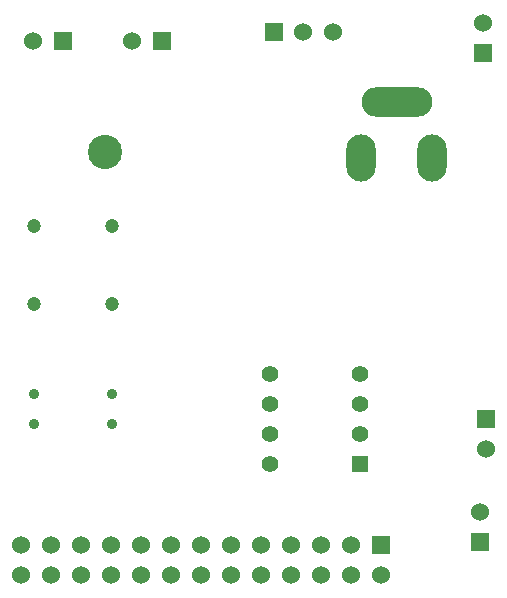
<source format=gbs>
G04 (created by PCBNEW (2012-nov-02)-testing) date Mon 04 Feb 2013 05:38:42 PM EST*
%MOIN*%
G04 Gerber Fmt 3.4, Leading zero omitted, Abs format*
%FSLAX34Y34*%
G01*
G70*
G90*
G04 APERTURE LIST*
%ADD10C,0.006*%
%ADD11R,0.06X0.06*%
%ADD12C,0.06*%
%ADD13C,0.114173*%
%ADD14C,0.0472441*%
%ADD15C,0.0354331*%
%ADD16R,0.055X0.055*%
%ADD17C,0.055*%
%ADD18O,0.2362X0.0984*%
%ADD19O,0.0984X0.1575*%
G04 APERTURE END LIST*
G54D10*
G54D11*
X9016Y18700D03*
G54D12*
X10000Y18700D03*
X10984Y18700D03*
G54D11*
X16100Y5800D03*
G54D12*
X16100Y4800D03*
G54D13*
X3400Y14700D03*
G54D11*
X12600Y1600D03*
G54D12*
X12600Y600D03*
X11600Y1600D03*
X11600Y600D03*
X10600Y1600D03*
X10600Y600D03*
X9600Y1600D03*
X9600Y600D03*
X8600Y1600D03*
X8600Y600D03*
X7600Y1600D03*
X7600Y600D03*
X6600Y1600D03*
X6600Y600D03*
X5600Y1600D03*
X5600Y600D03*
X4600Y1600D03*
X4600Y600D03*
X3600Y1600D03*
X3600Y600D03*
X2600Y1600D03*
X2600Y600D03*
X1600Y1600D03*
X1600Y600D03*
X600Y1600D03*
X600Y600D03*
G54D14*
X3629Y12217D03*
X3629Y9611D03*
G54D15*
X3629Y5618D03*
X3629Y6618D03*
G54D14*
X1029Y12217D03*
X1029Y9611D03*
G54D15*
X1029Y5618D03*
X1029Y6618D03*
G54D16*
X11900Y4300D03*
G54D17*
X11900Y5300D03*
X11900Y6300D03*
X11900Y7300D03*
X8900Y7300D03*
X8900Y6300D03*
X8900Y5300D03*
X8900Y4300D03*
G54D11*
X5300Y18400D03*
G54D12*
X4300Y18400D03*
G54D11*
X15900Y1700D03*
G54D12*
X15900Y2700D03*
G54D11*
X2000Y18400D03*
G54D12*
X1000Y18400D03*
G54D11*
X16000Y18000D03*
G54D12*
X16000Y19000D03*
G54D18*
X13122Y16350D03*
G54D19*
X14303Y14500D03*
X11941Y14500D03*
M02*

</source>
